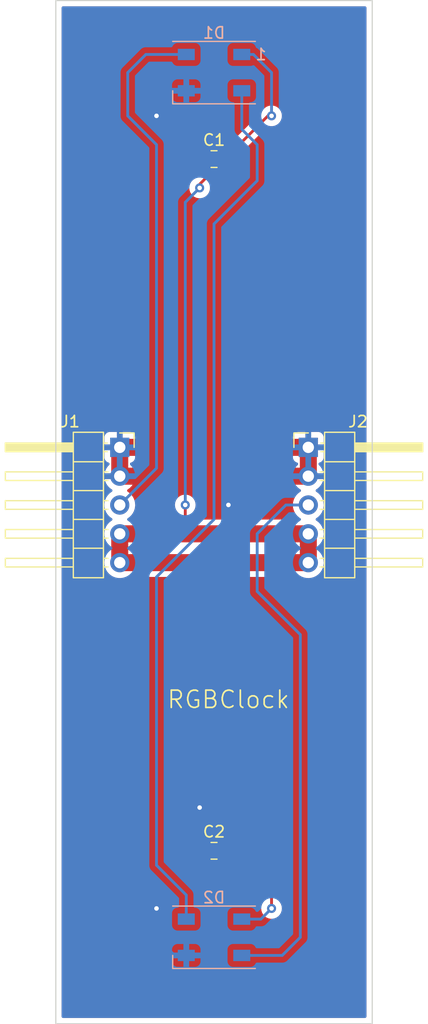
<source format=kicad_pcb>
(kicad_pcb (version 20211014) (generator pcbnew)
  (layers (0 "F.Cu" signal) (31 "B.Cu" signal) (34 "B.Paste" user) (35 "F.Paste" user) (36 "B.SilkS" user "B.Silkscreen") (37 "F.SilkS" user "F.Silkscreen") (38 "B.Mask" user) (39 "F.Mask" user) (44 "Edge.Cuts" user))
  (net 0 "")
  (net 1 "GND")
  (net 2 "+5V")
  (net 3 "Net-(D1-Pad2)")
  (net 4 "Net-(D1-Pad4)")
  (net 5 "Net-(D2-Pad2)")
  (footprint "RGBClock:PinHeader_1x05_P2.54mm_Horizontal_flipped" (layer "F.Cu") (at 55.175 121.925)
    (fp_text reference "J1" (at -4.385 -2.27) (layer "F.SilkS"))
    (fp_text value "Left")
    (fp_line (start -4.1 -0.08) (end -10.1 -0.08) (layer "F.SilkS") (width 0.12))
    (fp_line (start -10.1 -0.38) (end -10.1 0.38) (layer "F.SilkS") (width 0.12))
    (fp_line (start -10.1 5.46) (end -4.1 5.46) (layer "F.SilkS") (width 0.12))
    (fp_line (start -4.1 -0.32) (end -10.1 -0.32) (layer "F.SilkS") (width 0.12))
    (fp_line (start -4.1 -0.38) (end -10.1 -0.38) (layer "F.SilkS") (width 0.12))
    (fp_line (start -4.1 0.28) (end -10.1 0.28) (layer "F.SilkS") (width 0.12))
    (fp_line (start 1.27 0) (end 1.27 -1.27) (layer "F.SilkS") (width 0.12))
    (fp_line (start -1.44 -1.33) (end -1.44 11.49) (layer "F.SilkS") (width 0.12))
    (fp_line (start -4.1 -0.2) (end -10.1 -0.2) (layer "F.SilkS") (width 0.12))
    (fp_line (start -1.042929 7.24) (end -1.44 7.24) (layer "F.SilkS") (width 0.12))
    (fp_line (start -1.44 8.89) (end -4.1 8.89) (layer "F.SilkS") (width 0.12))
    (fp_line (start -1.44 1.27) (end -4.1 1.27) (layer "F.SilkS") (width 0.12))
    (fp_line (start -1.11 -0.38) (end -1.44 -0.38) (layer "F.SilkS") (width 0.12))
    (fp_line (start -4.1 11.49) (end -4.1 -1.33) (layer "F.SilkS") (width 0.12))
    (fp_line (start -4.1 -1.33) (end -1.44 -1.33) (layer "F.SilkS") (width 0.12))
    (fp_line (start -1.11 0.38) (end -1.44 0.38) (layer "F.SilkS") (width 0.12))
    (fp_line (start -10.1 10.54) (end -4.1 10.54) (layer "F.SilkS") (width 0.12))
    (fp_line (start -4.1 2.16) (end -10.1 2.16) (layer "F.SilkS") (width 0.12))
    (fp_line (start -4.1 0.16) (end -10.1 0.16) (layer "F.SilkS") (width 0.12))
    (fp_line (start -4.1 7.24) (end -10.1 7.24) (layer "F.SilkS") (width 0.12))
    (fp_line (start -1.44 11.49) (end -4.1 11.49) (layer "F.SilkS") (width 0.12))
    (fp_line (start -10.1 4.7) (end -10.1 5.46) (layer "F.SilkS") (width 0.12))
    (fp_line (start -1.042929 5.46) (end -1.44 5.46) (layer "F.SilkS") (width 0.12))
    (fp_line (start -4.1 9.78) (end -10.1 9.78) (layer "F.SilkS") (width 0.12))
    (fp_line (start -4.1 4.7) (end -10.1 4.7) (layer "F.SilkS") (width 0.12))
    (fp_line (start -1.44 3.81) (end -4.1 3.81) (layer "F.SilkS") (width 0.12))
    (fp_line (start -10.1 2.16) (end -10.1 2.92) (layer "F.SilkS") (width 0.12))
    (fp_line (start -1.44 6.35) (end -4.1 6.35) (layer "F.SilkS") (width 0.12))
    (fp_line (start -10.1 2.92) (end -4.1 2.92) (layer "F.SilkS") (width 0.12))
    (fp_line (start -1.042929 2.92) (end -1.44 2.92) (layer "F.SilkS") (width 0.12))
    (fp_line (start -10.1 8) (end -4.1 8) (layer "F.SilkS") (width 0.12))
    (fp_line (start -10.1 0.38) (end -4.1 0.38) (layer "F.SilkS") (width 0.12))
    (fp_line (start -1.042929 4.7) (end -1.44 4.7) (layer "F.SilkS") (width 0.12))
    (fp_line (start -1.042929 2.16) (end -1.44 2.16) (layer "F.SilkS") (width 0.12))
    (fp_line (start -1.042929 8) (end -1.44 8) (layer "F.SilkS") (width 0.12))
    (fp_line (start -10.1 7.24) (end -10.1 8) (layer "F.SilkS") (width 0.12))
    (fp_line (start -4.1 0.04) (end -10.1 0.04) (layer "F.SilkS") (width 0.12))
    (fp_line (start -1.042929 10.54) (end -1.44 10.54) (layer "F.SilkS") (width 0.12))
    (fp_line (start -10.1 9.78) (end -10.1 10.54) (layer "F.SilkS") (width 0.12))
    (fp_line (start -1.042929 9.78) (end -1.44 9.78) (layer "F.SilkS") (width 0.12))
    (fp_line (start 1.27 -1.27) (end 0 -1.27) (layer "F.SilkS") (width 0.12))
    (pad "1" thru_hole rect (at 0 0) (size 1.7 1.7) (drill 1) (layers *.Cu *.Mask) (net 1 "GND"))
    (pad "2" thru_hole oval (at 0 2.54) (size 1.7 1.7) (drill 1) (layers *.Cu *.Mask) (net 1 "GND"))
    (pad "3" thru_hole oval (at 0 5.08) (size 1.7 1.7) (drill 1) (layers *.Cu *.Mask) (net 4 "Net-(D1-Pad4)"))
    (pad "4" thru_hole oval (at 0 7.62) (size 1.7 1.7) (drill 1) (layers *.Cu *.Mask) (net 2 "+5V"))
    (pad "5" thru_hole oval (at 0 10.16) (size 1.7 1.7) (drill 1) (layers *.Cu *.Mask) (net 2 "+5V"))
  )
  (footprint "Capacitor_SMD:C_0805_2012Metric" (layer "F.Cu") (at 63.5 96.52)
    (fp_text reference "C1" (at 0 -1.68) (layer "F.SilkS"))
    (fp_text value "0.1 uF")
    (fp_line (start -0.261252 0.735) (end 0.261252 0.735) (layer "F.SilkS") (width 0.12))
    (fp_line (start -0.261252 -0.735) (end 0.261252 -0.735) (layer "F.SilkS") (width 0.12))
    (pad "1" smd roundrect (at -0.95 0) (size 1 1.45) (layers "F.Cu" "F.Paste" "F.Mask") (net 1 "GND"))
    (pad "2" smd roundrect (at 0.95 0) (size 1 1.45) (layers "F.Cu" "F.Paste" "F.Mask") (net 2 "+5V"))
  )
  (footprint "Connector_PinHeader_2.54mm:PinHeader_1x05_P2.54mm_Horizontal" (layer "F.Cu") (at 71.825 121.925)
    (fp_text reference "J2" (at 4.385 -2.27) (layer "F.SilkS"))
    (fp_text value "Right")
    (fp_line (start 10.1 10.54) (end 4.1 10.54) (layer "F.SilkS") (width 0.12))
    (fp_line (start 10.1 2.16) (end 10.1 2.92) (layer "F.SilkS") (width 0.12))
    (fp_line (start 10.1 8) (end 4.1 8) (layer "F.SilkS") (width 0.12))
    (fp_line (start 1.042929 5.46) (end 1.44 5.46) (layer "F.SilkS") (width 0.12))
    (fp_line (start 1.042929 10.54) (end 1.44 10.54) (layer "F.SilkS") (width 0.12))
    (fp_line (start 4.1 9.78) (end 10.1 9.78) (layer "F.SilkS") (width 0.12))
    (fp_line (start 4.1 -0.32) (end 10.1 -0.32) (layer "F.SilkS") (width 0.12))
    (fp_line (start 1.042929 2.16) (end 1.44 2.16) (layer "F.SilkS") (width 0.12))
    (fp_line (start 4.1 0.16) (end 10.1 0.16) (layer "F.SilkS") (width 0.12))
    (fp_line (start 1.11 0.38) (end 1.44 0.38) (layer "F.SilkS") (width 0.12))
    (fp_line (start 4.1 7.24) (end 10.1 7.24) (layer "F.SilkS") (width 0.12))
    (fp_line (start 1.44 -1.33) (end 1.44 11.49) (layer "F.SilkS") (width 0.12))
    (fp_line (start 1.042929 9.78) (end 1.44 9.78) (layer "F.SilkS") (width 0.12))
    (fp_line (start 1.44 11.49) (end 4.1 11.49) (layer "F.SilkS") (width 0.12))
    (fp_line (start 10.1 5.46) (end 4.1 5.46) (layer "F.SilkS") (width 0.12))
    (fp_line (start 4.1 -0.2) (end 10.1 -0.2) (layer "F.SilkS") (width 0.12))
    (fp_line (start 4.1 11.49) (end 4.1 -1.33) (layer "F.SilkS") (width 0.12))
    (fp_line (start 10.1 9.78) (end 10.1 10.54) (layer "F.SilkS") (width 0.12))
    (fp_line (start 1.44 6.35) (end 4.1 6.35) (layer "F.SilkS") (width 0.12))
    (fp_line (start -1.27 0) (end -1.27 -1.27) (layer "F.SilkS") (width 0.12))
    (fp_line (start 1.44 3.81) (end 4.1 3.81) (layer "F.SilkS") (width 0.12))
    (fp_line (start 1.042929 7.24) (end 1.44 7.24) (layer "F.SilkS") (width 0.12))
    (fp_line (start 1.44 1.27) (end 4.1 1.27) (layer "F.SilkS") (width 0.12))
    (fp_line (start -1.27 -1.27) (end 0 -1.27) (layer "F.SilkS") (width 0.12))
    (fp_line (start 4.1 4.7) (end 10.1 4.7) (layer "F.SilkS") (width 0.12))
    (fp_line (start 4.1 -0.38) (end 10.1 -0.38) (layer "F.SilkS") (width 0.12))
    (fp_line (start 1.44 8.89) (end 4.1 8.89) (layer "F.SilkS") (width 0.12))
    (fp_line (start 4.1 -1.33) (end 1.44 -1.33) (layer "F.SilkS") (width 0.12))
    (fp_line (start 4.1 2.16) (end 10.1 2.16) (layer "F.SilkS") (width 0.12))
    (fp_line (start 10.1 7.24) (end 10.1 8) (layer "F.SilkS") (width 0.12))
    (fp_line (start 1.042929 2.92) (end 1.44 2.92) (layer "F.SilkS") (width 0.12))
    (fp_line (start 4.1 0.28) (end 10.1 0.28) (layer "F.SilkS") (width 0.12))
    (fp_line (start 10.1 -0.38) (end 10.1 0.38) (layer "F.SilkS") (width 0.12))
    (fp_line (start 10.1 2.92) (end 4.1 2.92) (layer "F.SilkS") (width 0.12))
    (fp_line (start 4.1 -0.08) (end 10.1 -0.08) (layer "F.SilkS") (width 0.12))
    (fp_line (start 1.042929 4.7) (end 1.44 4.7) (layer "F.SilkS") (width 0.12))
    (fp_line (start 1.042929 8) (end 1.44 8) (layer "F.SilkS") (width 0.12))
    (fp_line (start 10.1 0.38) (end 4.1 0.38) (layer "F.SilkS") (width 0.12))
    (fp_line (start 4.1 0.04) (end 10.1 0.04) (layer "F.SilkS") (width 0.12))
    (fp_line (start 10.1 4.7) (end 10.1 5.46) (layer "F.SilkS") (width 0.12))
    (fp_line (start 1.11 -0.38) (end 1.44 -0.38) (layer "F.SilkS") (width 0.12))
    (pad "1" thru_hole rect (at 0 0) (size 1.7 1.7) (drill 1) (layers *.Cu *.Mask) (net 1 "GND"))
    (pad "2" thru_hole oval (at 0 2.54) (size 1.7 1.7) (drill 1) (layers *.Cu *.Mask) (net 1 "GND"))
    (pad "3" thru_hole oval (at 0 5.08) (size 1.7 1.7) (drill 1) (layers *.Cu *.Mask) (net 5 "Net-(D2-Pad2)"))
    (pad "4" thru_hole oval (at 0 7.62) (size 1.7 1.7) (drill 1) (layers *.Cu *.Mask) (net 2 "+5V"))
    (pad "5" thru_hole oval (at 0 10.16) (size 1.7 1.7) (drill 1) (layers *.Cu *.Mask) (net 2 "+5V"))
  )
  (footprint "Capacitor_SMD:C_0805_2012Metric" (layer "F.Cu") (at 63.5 157.48)
    (fp_text reference "C2" (at 0 -1.68) (layer "F.SilkS"))
    (fp_text value "0.1 uF")
    (fp_line (start -0.261252 0.735) (end 0.261252 0.735) (layer "F.SilkS") (width 0.12))
    (fp_line (start -0.261252 -0.735) (end 0.261252 -0.735) (layer "F.SilkS") (width 0.12))
    (pad "1" smd roundrect (at -0.95 0) (size 1 1.45) (layers "F.Cu" "F.Paste" "F.Mask") (net 1 "GND"))
    (pad "2" smd roundrect (at 0.95 0) (size 1 1.45) (layers "F.Cu" "F.Paste" "F.Mask") (net 2 "+5V"))
  )
  (footprint "LED_SMD:LED_WS2812B_PLCC4_5.0x5.0mm_P3.2mm" (layer "B.Cu") (at 63.5 165.1 180)
    (fp_text reference "D2" (at 0 3.5) (layer "B.SilkS") (effects (justify mirror)))
    (fp_text value "WS2812B")
    (fp_line (start 3.65 -2.75) (end 3.65 -1.6) (layer "B.SilkS") (width 0.12))
    (fp_line (start -3.65 2.75) (end 3.65 2.75) (layer "B.SilkS") (width 0.12))
    (fp_line (start -3.65 -2.75) (end 3.65 -2.75) (layer "B.SilkS") (width 0.12))
    (pad "1" smd rect (at -2.45 1.6 180) (size 1.5 1) (layers "B.Cu" "B.Paste" "B.Mask") (net 2 "+5V"))
    (pad "2" smd rect (at -2.45 -1.6 180) (size 1.5 1) (layers "B.Cu" "B.Paste" "B.Mask") (net 5 "Net-(D2-Pad2)"))
    (pad "3" smd rect (at 2.45 -1.6 180) (size 1.5 1) (layers "B.Cu" "B.Paste" "B.Mask") (net 1 "GND"))
    (pad "4" smd rect (at 2.45 1.6 180) (size 1.5 1) (layers "B.Cu" "B.Paste" "B.Mask") (net 3 "Net-(D1-Pad2)"))
  )
  (footprint "LED_SMD:LED_WS2812B_PLCC4_5.0x5.0mm_P3.2mm" (layer "B.Cu") (at 63.5 88.9 180)
    (fp_text reference "D1" (at 0 3.5) (layer "B.SilkS") (effects (justify mirror)))
    (fp_text value "WS2812B")
    (fp_text user "1" (at -4.15 1.6) (layer "B.SilkS") (effects (justify mirror)))
    (fp_line (start -3.65 -2.75) (end 3.65 -2.75) (layer "B.SilkS") (width 0.12))
    (fp_line (start 3.65 -2.75) (end 3.65 -1.6) (layer "B.SilkS") (width 0.12))
    (fp_line (start -3.65 2.75) (end 3.65 2.75) (layer "B.SilkS") (width 0.12))
    (pad "1" smd rect (at -2.45 1.6 180) (size 1.5 1) (layers "B.Cu" "B.Paste" "B.Mask") (net 2 "+5V"))
    (pad "2" smd rect (at -2.45 -1.6 180) (size 1.5 1) (layers "B.Cu" "B.Paste" "B.Mask") (net 3 "Net-(D1-Pad2)"))
    (pad "3" smd rect (at 2.45 -1.6 180) (size 1.5 1) (layers "B.Cu" "B.Paste" "B.Mask") (net 1 "GND"))
    (pad "4" smd rect (at 2.45 1.6 180) (size 1.5 1) (layers "B.Cu" "B.Paste" "B.Mask") (net 4 "Net-(D1-Pad4)"))
  )
  (gr_rect (start 49.53 172.72) (end 77.47 82.55) (layer "Edge.Cuts") (width 0.1) (fill none))
  (gr_text "RGBClock" (at 64.77 144.145) (layer "F.SilkS") (effects (font (size 1.524 1.524))))
  (segment (start 55.175 124.465) (end 64.775 124.465) (width 1.5) (layer "F.Cu") (net 1))
  (segment (start 64.775 126.995) (end 64.77 127) (width 0.25) (layer "F.Cu") (net 1))
  (segment (start 58.74 92.71) (end 58.42 92.71) (width 0.25) (layer "F.Cu") (net 1))
  (segment (start 62.55 96.52) (end 58.74 92.71) (width 0.25) (layer "F.Cu") (net 1))
  (segment (start 62.23 157.16) (end 62.55 157.48) (width 0.25) (layer "F.Cu") (net 1))
  (segment (start 71.825 124.465) (end 71.825 121.925) (width 1.5) (layer "F.Cu") (net 1))
  (segment (start 64.775 124.465) (end 71.825 124.465) (width 1.5) (layer "F.Cu") (net 1))
  (segment (start 62.55 157.48) (end 62.23 157.48) (width 0.25) (layer "F.Cu") (net 1))
  (segment (start 60.955 98.115) (end 62.55 96.52) (width 0.25) (layer "F.Cu") (net 1))
  (segment (start 62.23 153.67) (end 62.23 157.16) (width 0.25) (layer "F.Cu") (net 1))
  (segment (start 55.175 121.925) (end 60.955 121.925) (width 1.5) (layer "F.Cu") (net 1))
  (segment (start 58.42 161.29) (end 58.42 162.56) (width 0.25) (layer "F.Cu") (net 1))
  (segment (start 60.955 121.925) (end 71.825 121.925) (width 1.5) (layer "F.Cu") (net 1))
  (segment (start 60.955 121.925) (end 60.955 98.115) (width 0.25) (layer "F.Cu") (net 1))
  (segment (start 64.775 124.465) (end 64.775 126.995) (width 0.25) (layer "F.Cu") (net 1))
  (segment (start 62.23 157.48) (end 58.42 161.29) (width 0.25) (layer "F.Cu") (net 1))
  (segment (start 55.175 124.465) (end 55.175 121.925) (width 1.5) (layer "F.Cu") (net 1))
  (via (at 58.42 162.56) (size 0.8) (drill 0.4) (layers "F.Cu" "B.Cu") (net 1))
  (via (at 64.77 127) (size 0.8) (drill 0.4) (layers "F.Cu" "B.Cu") (net 1))
  (via (at 58.42 92.71) (size 0.8) (drill 0.4) (layers "F.Cu" "B.Cu") (net 1))
  (via (at 62.23 153.67) (size 0.8) (drill 0.4) (layers "F.Cu" "B.Cu") (net 1))
  (segment (start 58.42 162.56) (end 58.42 165.1) (width 0.25) (layer "B.Cu") (net 1))
  (segment (start 60.02 166.7) (end 61.05 166.7) (width 0.25) (layer "B.Cu") (net 1))
  (segment (start 59.36 90.5) (end 61.05 90.5) (width 0.25) (layer "B.Cu") (net 1))
  (segment (start 58.42 165.1) (end 60.02 166.7) (width 0.25) (layer "B.Cu") (net 1))
  (segment (start 58.42 91.44) (end 59.36 90.5) (width 0.25) (layer "B.Cu") (net 1))
  (segment (start 64.77 127) (end 64.77 151.13) (width 0.25) (layer "B.Cu") (net 1))
  (segment (start 64.77 151.13) (end 62.23 153.67) (width 0.25) (layer "B.Cu") (net 1))
  (segment (start 58.42 92.71) (end 58.42 91.44) (width 0.25) (layer "B.Cu") (net 1))
  (segment (start 60.96 127) (end 60.96 129.54) (width 0.25) (layer "F.Cu") (net 2))
  (segment (start 71.825 132.085) (end 71.825 129.545) (width 1.5) (layer "F.Cu") (net 2))
  (segment (start 64.765 132.085) (end 64.765 157.165) (width 0.25) (layer "F.Cu") (net 2))
  (segment (start 68.58 161.61) (end 68.58 162.56) (width 0.25) (layer "F.Cu") (net 2))
  (segment (start 64.45 96.52) (end 62.23 98.74) (width 0.25) (layer "F.Cu") (net 2))
  (segment (start 64.765 132.085) (end 71.825 132.085) (width 1.5) (layer "F.Cu") (net 2))
  (segment (start 60.965 129.545) (end 71.825 129.545) (width 1.5) (layer "F.Cu") (net 2))
  (segment (start 60.96 129.54) (end 60.965 129.545) (width 0.25) (layer "F.Cu") (net 2))
  (segment (start 55.175 132.085) (end 55.175 129.545) (width 1.5) (layer "F.Cu") (net 2))
  (segment (start 55.175 132.085) (end 64.765 132.085) (width 1.5) (layer "F.Cu") (net 2))
  (segment (start 64.45 157.48) (end 68.58 161.61) (width 0.25) (layer "F.Cu") (net 2))
  (segment (start 64.765 157.165) (end 64.45 157.48) (width 0.25) (layer "F.Cu") (net 2))
  (segment (start 55.175 129.545) (end 60.965 129.545) (width 1.5) (layer "F.Cu") (net 2))
  (segment (start 62.23 98.74) (end 62.23 99.06) (width 0.25) (layer "F.Cu") (net 2))
  (segment (start 68.26 92.71) (end 68.58 92.71) (width 0.25) (layer "F.Cu") (net 2))
  (segment (start 64.45 96.52) (end 68.26 92.71) (width 0.25) (layer "F.Cu") (net 2))
  (via (at 62.23 99.06) (size 0.8) (drill 0.4) (layers "F.Cu" "B.Cu") (net 2))
  (via (at 68.58 92.71) (size 0.8) (drill 0.4) (layers "F.Cu" "B.Cu") (net 2))
  (via (at 68.58 162.56) (size 0.8) (drill 0.4) (layers "F.Cu" "B.Cu") (net 2))
  (via (at 60.96 127) (size 0.8) (drill 0.4) (layers "F.Cu" "B.Cu") (net 2))
  (segment (start 62.23 99.06) (end 60.96 100.33) (width 0.25) (layer "B.Cu") (net 2))
  (segment (start 68.58 88.9) (end 66.98 87.3) (width 0.25) (layer "B.Cu") (net 2))
  (segment (start 68.58 162.56) (end 67.64 163.5) (width 0.25) (layer "B.Cu") (net 2))
  (segment (start 60.96 100.33) (end 60.96 127) (width 0.25) (layer "B.Cu") (net 2))
  (segment (start 66.98 87.3) (end 65.95 87.3) (width 0.25) (layer "B.Cu") (net 2))
  (segment (start 67.64 163.5) (end 65.95 163.5) (width 0.25) (layer "B.Cu") (net 2))
  (segment (start 68.58 92.71) (end 68.58 88.9) (width 0.25) (layer "B.Cu") (net 2))
  (segment (start 65.95 93.89) (end 67.31 95.25) (width 0.25) (layer "B.Cu") (net 3))
  (segment (start 65.95 90.5) (end 65.95 93.89) (width 0.25) (layer "B.Cu") (net 3))
  (segment (start 63.5 128.27) (end 63.5 102.87) (width 0.25) (layer "B.Cu") (net 3))
  (segment (start 63.5 102.235) (end 67.31 98.425) (width 0.25) (layer "B.Cu") (net 3))
  (segment (start 61.05 161.38) (end 58.42 158.75) (width 0.25) (layer "B.Cu") (net 3))
  (segment (start 58.42 133.35) (end 62.23 129.54) (width 0.25) (layer "B.Cu") (net 3))
  (segment (start 67.31 98.425) (end 67.31 95.25) (width 0.25) (layer "B.Cu") (net 3))
  (segment (start 58.42 158.75) (end 58.42 133.35) (width 0.25) (layer "B.Cu") (net 3))
  (segment (start 63.5 102.87) (end 63.5 102.235) (width 0.25) (layer "B.Cu") (net 3))
  (segment (start 61.05 163.5) (end 61.05 161.38) (width 0.25) (layer "B.Cu") (net 3))
  (segment (start 62.23 129.54) (end 63.5 128.27) (width 0.25) (layer "B.Cu") (net 3))
  (segment (start 55.175 127.005) (end 58.42 123.76) (width 0.25) (layer "B.Cu") (net 4))
  (segment (start 57.48 87.3) (end 61.05 87.3) (width 0.25) (layer "B.Cu") (net 4))
  (segment (start 58.42 95.25) (end 55.88 92.71) (width 0.25) (layer "B.Cu") (net 4))
  (segment (start 55.88 92.71) (end 55.88 88.9) (width 0.25) (layer "B.Cu") (net 4))
  (segment (start 55.88 88.9) (end 57.48 87.3) (width 0.25) (layer "B.Cu") (net 4))
  (segment (start 58.42 123.76) (end 58.42 95.25) (width 0.25) (layer "B.Cu") (net 4))
  (segment (start 65.95 166.7) (end 69.52 166.7) (width 0.25) (layer "B.Cu") (net 5))
  (segment (start 69.52 166.7) (end 71.12 165.1) (width 0.25) (layer "B.Cu") (net 5))
  (segment (start 71.12 165.1) (end 71.12 138.43) (width 0.25) (layer "B.Cu") (net 5))
  (segment (start 67.31 129.54) (end 69.845 127.005) (width 0.25) (layer "B.Cu") (net 5))
  (segment (start 71.12 138.43) (end 67.31 134.62) (width 0.25) (layer "B.Cu") (net 5))
  (segment (start 67.31 134.62) (end 67.31 129.54) (width 0.25) (layer "B.Cu") (net 5))
  (segment (start 69.845 127.005) (end 71.825 127.005) (width 0.25) (layer "B.Cu") (net 5))
  (zone (net 1) (net_name "GND") (layers F&B.Cu) (connect_pads (clearance 0.508)) (min_thickness 0.254) (fill yes (thermal_gap 0.508) (thermal_bridge_width 0.508))
    (polygon (pts (xy 77.47 172.72) (xy 49.53 172.72) (xy 49.53 82.55) (xy 77.47 82.55)))
  )
)
</source>
